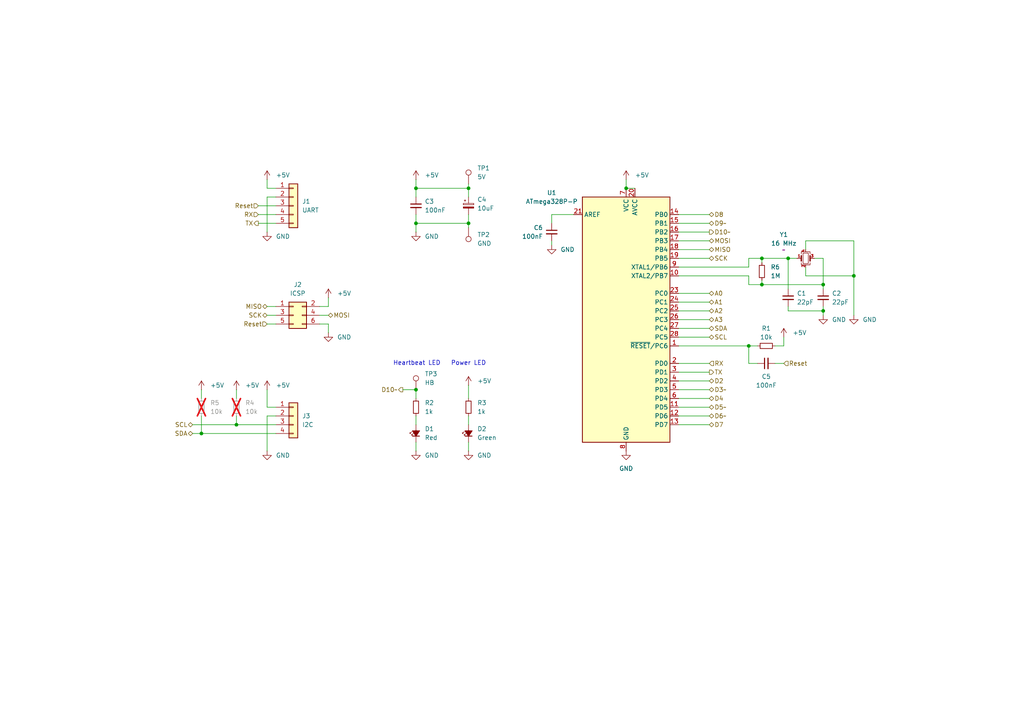
<source format=kicad_sch>
(kicad_sch (version 20231120) (generator "eeschema") (generator_version "8.0")
  (paper "A4")
  (title_block (title "${Project Title}") (date "2024-12-09") (rev "${Revision}") (company "${Company Name}") (comment 1 "${Designed By}"))
  (lib_symbols
    (symbol "Connector:TestPoint" (pin_numbers hide) (pin_names (offset 0.762) hide)
      (property "Reference" "TP" (at 0 6.858 0))
      (property "Value" "TestPoint" (at 0 5.08 0))
      (symbol "TestPoint_0_1"
        (circle (center 0 3.302) (radius 0.762))
      )
      (symbol "TestPoint_1_1"
        (pin passive line (at 0 0 90) (length 2.54) (name "1") (number "1"))
      )
    )
    (symbol "Connector_Generic:Conn_01x04" (pin_names (offset 1.016) hide)
      (property "Reference" "J" (at 0 5.08 0))
      (property "Value" "Conn_01x04" (at 0 -7.62 0))
      (symbol "Conn_01x04_1_1"
        (rectangle (start -1.27 -4.953) (end 0 -5.207) (stroke (width 0.1524)))
        (rectangle (start -1.27 -2.413) (end 0 -2.667) (stroke (width 0.1524)))
        (rectangle (start -1.27 0.127) (end 0 -0.127) (stroke (width 0.1524)))
        (rectangle (start -1.27 2.667) (end 0 2.413) (stroke (width 0.1524)))
        (rectangle (start -1.27 3.81) (end 1.27 -6.35) (stroke (width 0.254)) (fill (type background)))
        (pin passive line (at -5.08 2.54 0) (length 3.81) (name "Pin_1") (number "1"))
        (pin passive line (at -5.08 0 0) (length 3.81) (name "Pin_2") (number "2"))
        (pin passive line (at -5.08 -2.54 0) (length 3.81) (name "Pin_3") (number "3"))
        (pin passive line (at -5.08 -5.08 0) (length 3.81) (name "Pin_4") (number "4"))
      )
    )
    (symbol "Connector_Generic:Conn_01x05" (pin_names (offset 1.016) hide)
      (property "Reference" "J" (at 0 7.62 0))
      (property "Value" "Conn_01x05" (at 0 -7.62 0))
      (symbol "Conn_01x05_1_1"
        (rectangle (start -1.27 -4.953) (end 0 -5.207) (stroke (width 0.1524)))
        (rectangle (start -1.27 -2.413) (end 0 -2.667) (stroke (width 0.1524)))
        (rectangle (start -1.27 0.127) (end 0 -0.127) (stroke (width 0.1524)))
        (rectangle (start -1.27 2.667) (end 0 2.413) (stroke (width 0.1524)))
        (rectangle (start -1.27 5.207) (end 0 4.953) (stroke (width 0.1524)))
        (rectangle (start -1.27 6.35) (end 1.27 -6.35) (stroke (width 0.254)) (fill (type background)))
        (pin passive line (at -5.08 5.08 0) (length 3.81) (name "Pin_1") (number "1"))
        (pin passive line (at -5.08 2.54 0) (length 3.81) (name "Pin_2") (number "2"))
        (pin passive line (at -5.08 0 0) (length 3.81) (name "Pin_3") (number "3"))
        (pin passive line (at -5.08 -2.54 0) (length 3.81) (name "Pin_4") (number "4"))
        (pin passive line (at -5.08 -5.08 0) (length 3.81) (name "Pin_5") (number "5"))
      )
    )
    (symbol "Connector_Generic:Conn_02x03_Odd_Even" (pin_names (offset 1.016) hide)
      (property "Reference" "J" (at 1.27 5.08 0))
      (property "Value" "Conn_02x03_Odd_Even" (at 1.27 -5.08 0))
      (symbol "Conn_02x03_Odd_Even_1_1"
        (rectangle (start -1.27 -2.413) (end 0 -2.667) (stroke (width 0.1524)))
        (rectangle (start -1.27 0.127) (end 0 -0.127) (stroke (width 0.1524)))
        (rectangle (start -1.27 2.667) (end 0 2.413) (stroke (width 0.1524)))
        (rectangle (start -1.27 3.81) (end 3.81 -3.81) (stroke (width 0.254)) (fill (type background)))
        (rectangle (start 3.81 -2.413) (end 2.54 -2.667) (stroke (width 0.1524)))
        (rectangle (start 3.81 0.127) (end 2.54 -0.127) (stroke (width 0.1524)))
        (rectangle (start 3.81 2.667) (end 2.54 2.413) (stroke (width 0.1524)))
        (pin passive line (at -5.08 2.54 0) (length 3.81) (name "Pin_1") (number "1"))
        (pin passive line (at 7.62 2.54 180) (length 3.81) (name "Pin_2") (number "2"))
        (pin passive line (at -5.08 0 0) (length 3.81) (name "Pin_3") (number "3"))
        (pin passive line (at 7.62 0 180) (length 3.81) (name "Pin_4") (number "4"))
        (pin passive line (at -5.08 -2.54 0) (length 3.81) (name "Pin_5") (number "5"))
        (pin passive line (at 7.62 -2.54 180) (length 3.81) (name "Pin_6") (number "6"))
      )
    )
    (symbol "Device:C_Polarized_Small" (pin_numbers hide) (pin_names (offset 0.254) hide)
      (property "Reference" "C" (at 0.254 1.778 0))
      (property "Value" "C_Polarized_Small" (at 0.254 -2.032 0))
      (symbol "C_Polarized_Small_0_1"
        (rectangle (start -1.524 -0.3048) (end 1.524 -0.6858) (fill (type outline)))
        (rectangle (start -1.524 0.6858) (end 1.524 0.3048))
        (polyline (pts (xy -1.27 1.524) (xy -0.762 1.524)))
        (polyline (pts (xy -1.016 1.27) (xy -1.016 1.778)))
      )
      (symbol "C_Polarized_Small_1_1"
        (pin passive line (at 0 2.54 270) (length 1.8542) (name "~") (number "1"))
        (pin passive line (at 0 -2.54 90) (length 1.8542) (name "~") (number "2"))
      )
    )
    (symbol "Device:C_Small" (pin_numbers hide) (pin_names (offset 0.254) hide)
      (property "Reference" "C" (at 0.254 1.778 0))
      (property "Value" "C_Small" (at 0.254 -2.032 0))
      (symbol "C_Small_0_1"
        (polyline (pts (xy -1.524 -0.508) (xy 1.524 -0.508)) (stroke (width 0.3302)))
        (polyline (pts (xy -1.524 0.508) (xy 1.524 0.508)) (stroke (width 0.3048)))
      )
      (symbol "C_Small_1_1"
        (pin passive line (at 0 2.54 270) (length 2.032) (name "~") (number "1"))
        (pin passive line (at 0 -2.54 90) (length 2.032) (name "~") (number "2"))
      )
    )
    (symbol "Device:Crystal_GND24_Small" (pin_names (offset 1.016) hide)
      (property "Reference" "Y" (at 1.27 4.445 0))
      (property "Value" "Crystal_GND24_Small" (at 1.27 2.54 0))
      (symbol "Crystal_GND24_Small_0_1"
        (rectangle (start -0.762 -1.524) (end 0.762 1.524))
        (polyline (pts (xy -1.27 -0.762) (xy -1.27 0.762)) (stroke (width 0.381)))
        (polyline (pts (xy 1.27 -0.762) (xy 1.27 0.762)) (stroke (width 0.381)))
        (polyline (pts (xy -1.27 -1.27) (xy -1.27 -1.905) (xy 1.27 -1.905) (xy 1.27 -1.27)))
        (polyline (pts (xy -1.27 1.27) (xy -1.27 1.905) (xy 1.27 1.905) (xy 1.27 1.27)))
      )
      (symbol "Crystal_GND24_Small_1_1"
        (pin passive line (at -2.54 0 0) (length 1.27) (name "1") (number "1"))
        (pin passive line (at 0 -2.54 90) (length 0.635) (name "2") (number "2"))
        (pin passive line (at 2.54 0 180) (length 1.27) (name "3") (number "3"))
        (pin passive line (at 0 2.54 270) (length 0.635) (name "4") (number "4"))
      )
    )
    (symbol "Device:LED_Small_Filled" (pin_numbers hide) (pin_names (offset 0.254) hide)
      (property "Reference" "D" (at -1.27 3.175 0))
      (property "Value" "LED_Small_Filled" (at -4.445 -2.54 0))
      (symbol "LED_Small_Filled_0_1"
        (polyline (pts (xy -0.762 -1.016) (xy -0.762 1.016)) (stroke (width 0.254)))
        (polyline (pts (xy 1.016 0) (xy -0.762 0)))
        (polyline (pts (xy 0.762 -1.016) (xy -0.762 0) (xy 0.762 1.016) (xy 0.762 -1.016)) (stroke (width 0.254)) (fill (type outline)))
        (polyline (pts (xy 0 0.762) (xy -0.508 1.27) (xy -0.254 1.27) (xy -0.508 1.27) (xy -0.508 1.016)))
        (polyline (pts (xy 0.508 1.27) (xy 0 1.778) (xy 0.254 1.778) (xy 0 1.778) (xy 0 1.524)))
      )
      (symbol "LED_Small_Filled_1_1"
        (pin passive line (at -2.54 0 0) (length 1.778) (name "K") (number "1"))
        (pin passive line (at 2.54 0 180) (length 1.778) (name "A") (number "2"))
      )
    )
    (symbol "Device:R_Small" (pin_numbers hide) (pin_names (offset 0.254) hide)
      (property "Reference" "R" (at 0.762 0.508 0))
      (property "Value" "R_Small" (at 0.762 -1.016 0))
      (symbol "R_Small_0_1"
        (rectangle (start -0.762 1.778) (end 0.762 -1.778) (stroke (width 0.2032)))
      )
      (symbol "R_Small_1_1"
        (pin passive line (at 0 2.54 270) (length 0.762) (name "~") (number "1"))
        (pin passive line (at 0 -2.54 90) (length 0.762) (name "~") (number "2"))
      )
    )
    (symbol "MCU_Microchip_ATmega:ATmega328P-P"
      (property "Reference" "U" (at -12.7 36.83 0))
      (property "Value" "ATmega328P-P" (at 2.54 -36.83 0))
      (symbol "ATmega328P-P_0_1"
        (rectangle (start -12.7 -35.56) (end 12.7 35.56) (stroke (width 0.254)) (fill (type background)))
      )
      (symbol "ATmega328P-P_1_1"
        (pin bidirectional line (at 15.24 -7.62 180) (length 2.54) (name "~{RESET}/PC6") (number "1"))
        (pin bidirectional line (at 15.24 12.7 180) (length 2.54) (name "XTAL2/PB7") (number "10"))
        (pin bidirectional line (at 15.24 -25.4 180) (length 2.54) (name "PD5") (number "11"))
        (pin bidirectional line (at 15.24 -27.94 180) (length 2.54) (name "PD6") (number "12"))
        (pin bidirectional line (at 15.24 -30.48 180) (length 2.54) (name "PD7") (number "13"))
        (pin bidirectional line (at 15.24 30.48 180) (length 2.54) (name "PB0") (number "14"))
        (pin bidirectional line (at 15.24 27.94 180) (length 2.54) (name "PB1") (number "15"))
        (pin bidirectional line (at 15.24 25.4 180) (length 2.54) (name "PB2") (number "16"))
        (pin bidirectional line (at 15.24 22.86 180) (length 2.54) (name "PB3") (number "17"))
        (pin bidirectional line (at 15.24 20.32 180) (length 2.54) (name "PB4") (number "18"))
        (pin bidirectional line (at 15.24 17.78 180) (length 2.54) (name "PB5") (number "19"))
        (pin bidirectional line (at 15.24 -12.7 180) (length 2.54) (name "PD0") (number "2"))
        (pin power_in line (at 2.54 38.1 270) (length 2.54) (name "AVCC") (number "20"))
        (pin passive line (at -15.24 30.48 0) (length 2.54) (name "AREF") (number "21"))
        (pin passive line (at 0 -38.1 90) (length 2.54) hide (name "GND") (number "22"))
        (pin bidirectional line (at 15.24 7.62 180) (length 2.54) (name "PC0") (number "23"))
        (pin bidirectional line (at 15.24 5.08 180) (length 2.54) (name "PC1") (number "24"))
        (pin bidirectional line (at 15.24 2.54 180) (length 2.54) (name "PC2") (number "25"))
        (pin bidirectional line (at 15.24 0 180) (length 2.54) (name "PC3") (number "26"))
        (pin bidirectional line (at 15.24 -2.54 180) (length 2.54) (name "PC4") (number "27"))
        (pin bidirectional line (at 15.24 -5.08 180) (length 2.54) (name "PC5") (number "28"))
        (pin bidirectional line (at 15.24 -15.24 180) (length 2.54) (name "PD1") (number "3"))
        (pin bidirectional line (at 15.24 -17.78 180) (length 2.54) (name "PD2") (number "4"))
        (pin bidirectional line (at 15.24 -20.32 180) (length 2.54) (name "PD3") (number "5"))
        (pin bidirectional line (at 15.24 -22.86 180) (length 2.54) (name "PD4") (number "6"))
        (pin power_in line (at 0 38.1 270) (length 2.54) (name "VCC") (number "7"))
        (pin power_in line (at 0 -38.1 90) (length 2.54) (name "GND") (number "8"))
        (pin bidirectional line (at 15.24 15.24 180) (length 2.54) (name "XTAL1/PB6") (number "9"))
      )
    )
    (symbol "power:+5V" (power) (pin_numbers hide) (pin_names (offset 0) hide)
      (property "Value" "+5V" (at 0 3.556 0))
      (symbol "+5V_0_1"
        (polyline (pts (xy -0.762 1.27) (xy 0 2.54)))
        (polyline (pts (xy 0 0) (xy 0 2.54)))
        (polyline (pts (xy 0 2.54) (xy 0.762 1.27)))
      )
      (symbol "+5V_1_1"
        (pin power_in line (at 0 0 90) (length 0) (name "~") (number "1"))
      )
    )
    (symbol "power:GND" (power) (pin_numbers hide) (pin_names (offset 0) hide)
      (property "Value" "GND" (at 0 -3.81 0))
      (symbol "GND_0_1"
        (polyline (pts (xy 0 0) (xy 0 -1.27) (xy 1.27 -1.27) (xy 0 -2.54) (xy -1.27 -1.27) (xy 0 -1.27)))
      )
      (symbol "GND_1_1"
        (pin power_in line (at 0 0 270) (length 0) (name "~") (number "1"))
      )
    )
  )
  (junction (at 217.17 100.33))
  (junction (at 220.98 74.93))
  (junction (at 181.61 54.61))
  (junction (at 135.89 64.77))
  (junction (at 247.65 80.01))
  (junction (at 238.76 82.55))
  (junction (at 120.65 113.03))
  (junction (at 220.98 82.55))
  (junction (at 120.65 64.77))
  (junction (at 228.6 74.93))
  (junction (at 68.58 123.19))
  (junction (at 238.76 90.17))
  (junction (at 120.65 54.61))
  (junction (at 58.42 125.73))
  (junction (at 135.89 54.61))
  (wire (pts (xy 227.33 100.33) (xy 224.79 100.33)))
  (wire (pts (xy 196.85 107.95) (xy 205.74 107.95)))
  (wire (pts (xy 135.89 120.65) (xy 135.89 123.19)))
  (wire (pts (xy 74.93 64.77) (xy 80.01 64.77)))
  (wire (pts (xy 217.17 82.55) (xy 220.98 82.55)))
  (wire (pts (xy 95.25 86.36) (xy 95.25 88.9)))
  (wire (pts (xy 135.89 128.27) (xy 135.89 130.81)))
  (wire (pts (xy 196.85 69.85) (xy 205.74 69.85)))
  (wire (pts (xy 77.47 120.65) (xy 80.01 120.65)))
  (wire (pts (xy 160.02 69.85) (xy 160.02 71.12)))
  (wire (pts (xy 120.65 64.77) (xy 135.89 64.77)))
  (wire (pts (xy 217.17 82.55) (xy 217.17 80.01)))
  (wire (pts (xy 196.85 64.77) (xy 205.74 64.77)))
  (wire (pts (xy 58.42 125.73) (xy 55.88 125.73)))
  (wire (pts (xy 196.85 87.63) (xy 205.74 87.63)))
  (wire (pts (xy 233.68 69.85) (xy 247.65 69.85)))
  (wire (pts (xy 196.85 97.79) (xy 205.74 97.79)))
  (wire (pts (xy 77.47 93.98) (xy 80.01 93.98)))
  (wire (pts (xy 77.47 91.44) (xy 80.01 91.44)))
  (wire (pts (xy 220.98 82.55) (xy 220.98 81.28)))
  (wire (pts (xy 228.6 74.93) (xy 231.14 74.93)))
  (wire (pts (xy 77.47 57.15) (xy 77.47 67.31)))
  (wire (pts (xy 95.25 93.98) (xy 92.71 93.98)))
  (wire (pts (xy 233.68 77.47) (xy 233.68 80.01)))
  (wire (pts (xy 238.76 83.82) (xy 238.76 82.55)))
  (wire (pts (xy 196.85 110.49) (xy 205.74 110.49)))
  (wire (pts (xy 196.85 100.33) (xy 217.17 100.33)))
  (wire (pts (xy 228.6 88.9) (xy 228.6 90.17)))
  (wire (pts (xy 238.76 74.93) (xy 238.76 82.55)))
  (wire (pts (xy 217.17 74.93) (xy 217.17 77.47)))
  (wire (pts (xy 196.85 74.93) (xy 205.74 74.93)))
  (wire (pts (xy 247.65 69.85) (xy 247.65 80.01)))
  (wire (pts (xy 120.65 64.77) (xy 120.65 67.31)))
  (wire (pts (xy 247.65 80.01) (xy 247.65 91.44)))
  (wire (pts (xy 196.85 115.57) (xy 205.74 115.57)))
  (wire (pts (xy 77.47 88.9) (xy 80.01 88.9)))
  (wire (pts (xy 160.02 62.23) (xy 160.02 64.77)))
  (wire (pts (xy 220.98 74.93) (xy 220.98 76.2)))
  (wire (pts (xy 135.89 54.61) (xy 135.89 57.15)))
  (wire (pts (xy 236.22 74.93) (xy 238.76 74.93)))
  (wire (pts (xy 228.6 74.93) (xy 228.6 83.82)))
  (wire (pts (xy 68.58 123.19) (xy 55.88 123.19)))
  (wire (pts (xy 80.01 54.61) (xy 77.47 54.61)))
  (wire (pts (xy 77.47 54.61) (xy 77.47 52.07)))
  (wire (pts (xy 74.93 62.23) (xy 80.01 62.23)))
  (wire (pts (xy 74.93 59.69) (xy 80.01 59.69)))
  (wire (pts (xy 135.89 111.76) (xy 135.89 115.57)))
  (wire (pts (xy 58.42 120.65) (xy 58.42 125.73)))
  (wire (pts (xy 120.65 115.57) (xy 120.65 113.03)))
  (wire (pts (xy 196.85 113.03) (xy 205.74 113.03)))
  (wire (pts (xy 238.76 88.9) (xy 238.76 90.17)))
  (wire (pts (xy 80.01 123.19) (xy 68.58 123.19)))
  (wire (pts (xy 228.6 90.17) (xy 238.76 90.17)))
  (wire (pts (xy 217.17 77.47) (xy 196.85 77.47)))
  (wire (pts (xy 77.47 113.03) (xy 77.47 118.11)))
  (wire (pts (xy 196.85 85.09) (xy 205.74 85.09)))
  (wire (pts (xy 196.85 62.23) (xy 205.74 62.23)))
  (wire (pts (xy 196.85 67.31) (xy 205.74 67.31)))
  (wire (pts (xy 196.85 123.19) (xy 205.74 123.19)))
  (wire (pts (xy 196.85 72.39) (xy 205.74 72.39)))
  (wire (pts (xy 220.98 74.93) (xy 228.6 74.93)))
  (wire (pts (xy 120.65 120.65) (xy 120.65 123.19)))
  (wire (pts (xy 58.42 113.03) (xy 58.42 115.57)))
  (wire (pts (xy 233.68 72.39) (xy 233.68 69.85)))
  (wire (pts (xy 135.89 53.34) (xy 135.89 54.61)))
  (wire (pts (xy 196.85 95.25) (xy 205.74 95.25)))
  (wire (pts (xy 80.01 57.15) (xy 77.47 57.15)))
  (wire (pts (xy 120.65 128.27) (xy 120.65 130.81)))
  (wire (pts (xy 217.17 105.41) (xy 217.17 100.33)))
  (wire (pts (xy 220.98 82.55) (xy 238.76 82.55)))
  (wire (pts (xy 77.47 118.11) (xy 80.01 118.11)))
  (wire (pts (xy 219.71 105.41) (xy 217.17 105.41)))
  (wire (pts (xy 80.01 125.73) (xy 58.42 125.73)))
  (wire (pts (xy 217.17 100.33) (xy 219.71 100.33)))
  (wire (pts (xy 166.37 62.23) (xy 160.02 62.23)))
  (wire (pts (xy 196.85 80.01) (xy 217.17 80.01)))
  (wire (pts (xy 233.68 80.01) (xy 247.65 80.01)))
  (wire (pts (xy 196.85 118.11) (xy 205.74 118.11)))
  (wire (pts (xy 92.71 91.44) (xy 95.25 91.44)))
  (wire (pts (xy 181.61 52.07) (xy 181.61 54.61)))
  (wire (pts (xy 120.65 54.61) (xy 120.65 57.15)))
  (wire (pts (xy 227.33 97.79) (xy 227.33 100.33)))
  (wire (pts (xy 196.85 90.17) (xy 205.74 90.17)))
  (wire (pts (xy 77.47 120.65) (xy 77.47 130.81)))
  (wire (pts (xy 68.58 120.65) (xy 68.58 123.19)))
  (wire (pts (xy 120.65 64.77) (xy 120.65 62.23)))
  (wire (pts (xy 196.85 105.41) (xy 205.74 105.41)))
  (wire (pts (xy 238.76 90.17) (xy 238.76 91.44)))
  (wire (pts (xy 120.65 52.07) (xy 120.65 54.61)))
  (wire (pts (xy 217.17 74.93) (xy 220.98 74.93)))
  (wire (pts (xy 95.25 96.52) (xy 95.25 93.98)))
  (wire (pts (xy 184.15 54.61) (xy 181.61 54.61)))
  (wire (pts (xy 224.79 105.41) (xy 227.33 105.41)))
  (wire (pts (xy 135.89 62.23) (xy 135.89 64.77)))
  (wire (pts (xy 120.65 54.61) (xy 135.89 54.61)))
  (wire (pts (xy 95.25 88.9) (xy 92.71 88.9)))
  (wire (pts (xy 135.89 64.77) (xy 135.89 66.04)))
  (wire (pts (xy 120.65 113.03) (xy 116.84 113.03)))
  (wire (pts (xy 196.85 120.65) (xy 205.74 120.65)))
  (wire (pts (xy 68.58 113.03) (xy 68.58 115.57)))
  (wire (pts (xy 196.85 92.71) (xy 205.74 92.71)))
  (text "Heartbeat LED" (at 120.904 105.41 0) (effects (font (size 1.27 1.27))))
  (text "Power LED" (at 135.89 105.41 0) (effects (font (size 1.27 1.27))))
  (hierarchical_label "SCL" (shape bidirectional) (at 55.88 123.19 180))
  (hierarchical_label "Reset" (shape input) (at 227.33 105.41 0))
  (hierarchical_label "MISO" (shape bidirectional) (at 205.74 72.39 0))
  (hierarchical_label "D3~" (shape bidirectional) (at 205.74 113.03 0))
  (hierarchical_label "TX" (shape output) (at 205.74 107.95 0))
  (hierarchical_label "A0" (shape bidirectional) (at 205.74 85.09 0))
  (hierarchical_label "MOSI" (shape bidirectional) (at 205.74 69.85 0))
  (hierarchical_label "SDA" (shape bidirectional) (at 55.88 125.73 180))
  (hierarchical_label "A3" (shape bidirectional) (at 205.74 92.71 0))
  (hierarchical_label "D10~" (shape output) (at 116.84 113.03 180))
  (hierarchical_label "SCL" (shape bidirectional) (at 205.74 97.79 0))
  (hierarchical_label "Reset" (shape input) (at 74.93 59.69 180))
  (hierarchical_label "MISO" (shape bidirectional) (at 77.47 88.9 180))
  (hierarchical_label "A1" (shape bidirectional) (at 205.74 87.63 0))
  (hierarchical_label "SDA" (shape bidirectional) (at 205.74 95.25 0))
  (hierarchical_label "D6~" (shape bidirectional) (at 205.74 120.65 0))
  (hierarchical_label "D4" (shape bidirectional) (at 205.74 115.57 0))
  (hierarchical_label "MOSI" (shape bidirectional) (at 95.25 91.44 0))
  (hierarchical_label "D5~" (shape bidirectional) (at 205.74 118.11 0))
  (hierarchical_label "D10~" (shape output) (at 205.74 67.31 0))
  (hierarchical_label "D7" (shape bidirectional) (at 205.74 123.19 0))
  (hierarchical_label "SCK" (shape bidirectional) (at 77.47 91.44 180))
  (hierarchical_label "D8" (shape bidirectional) (at 205.74 62.23 0))
  (hierarchical_label "A2" (shape bidirectional) (at 205.74 90.17 0))
  (hierarchical_label "Reset" (shape input) (at 77.47 93.98 180))
  (hierarchical_label "RX" (shape input) (at 74.93 62.23 180))
  (hierarchical_label "D9~" (shape bidirectional) (at 205.74 64.77 0))
  (hierarchical_label "D2" (shape bidirectional) (at 205.74 110.49 0))
  (hierarchical_label "SCK" (shape bidirectional) (at 205.74 74.93 0))
  (hierarchical_label "RX" (shape input) (at 205.74 105.41 0))
  (hierarchical_label "TX" (shape output) (at 74.93 64.77 180))
  (symbol (lib_id "Device:R_Small") (at 58.42 118.11 180) (unit 1) (dnp yes)
    (property "Reference" "R5" (at 60.96 116.8399 0) (effects (justify right)))
    (property "Value" "10k" (at 60.96 119.3799 0) (effects (justify right)))
    (property "Footprint" "Resistor_SMD:R_0805_2012Metric_Pad1.20x1.40mm_HandSolder" (effects (hide yes)))
    (property "Description" "Resistor, small symbol" (effects (hide yes)))
  )
  (symbol (lib_id "power:GND") (at 77.47 67.31 0) (unit 1)
    (property "Reference" "#PWR09" (effects (hide yes)))
    (property "Value" "GND" (at 80.01 68.5799 0) (effects (justify left)))
    (property "Description" "Power symbol creates a global label with name \"GND\" , ground" (effects (hide yes)))
  )
  (symbol (lib_id "power:GND") (at 95.25 96.52 0) (unit 1)
    (property "Reference" "#PWR011" (effects (hide yes)))
    (property "Value" "GND" (at 97.79 97.7899 0) (effects (justify left)))
    (property "Description" "Power symbol creates a global label with name \"GND\" , ground" (effects (hide yes)))
  )
  (symbol (lib_id "Device:C_Small") (at 120.65 59.69 0) (unit 1)
    (property "Reference" "C3" (at 123.19 58.4262 0) (effects (justify left)))
    (property "Value" "100nF" (at 123.19 60.9662 0) (effects (justify left)))
    (property "Footprint" "Capacitor_SMD:C_0805_2012Metric_Pad1.18x1.45mm_HandSolder" (effects (hide yes)))
    (property "Description" "Unpolarized capacitor, small symbol" (effects (hide yes)))
  )
  (symbol (lib_id "power:+5V") (at 120.65 52.07 0) (unit 1)
    (property "Reference" "#PWR06" (effects (hide yes)))
    (property "Value" "+5V" (at 123.19 50.7999 0) (effects (justify left)))
    (property "Description" "Power symbol creates a global label with name \"+5V\"" (effects (hide yes)))
  )
  (symbol (lib_id "Device:C_Small") (at 238.76 86.36 0) (unit 1)
    (property "Reference" "C2" (at 241.3 85.0962 0) (effects (justify left)))
    (property "Value" "22pF" (at 241.3 87.6362 0) (effects (justify left)))
    (property "Footprint" "Capacitor_SMD:C_0805_2012Metric_Pad1.18x1.45mm_HandSolder" (effects (hide yes)))
    (property "Description" "Unpolarized capacitor, small symbol" (effects (hide yes)))
  )
  (symbol (lib_id "Device:C_Small") (at 222.25 105.41 90) (unit 1)
    (property "Reference" "C5" (at 222.2563 109.22 90))
    (property "Value" "100nF" (at 222.2563 111.76 90))
    (property "Footprint" "Capacitor_SMD:C_0805_2012Metric_Pad1.18x1.45mm_HandSolder" (effects (hide yes)))
    (property "Description" "Unpolarized capacitor, small symbol" (effects (hide yes)))
  )
  (symbol (lib_id "power:GND") (at 135.89 130.81 0) (unit 1)
    (property "Reference" "#PWR013" (effects (hide yes)))
    (property "Value" "GND" (at 138.43 132.0799 0) (effects (justify left)))
    (property "Description" "Power symbol creates a global label with name \"GND\" , ground" (effects (hide yes)))
  )
  (symbol (lib_id "power:+5V") (at 227.33 97.79 0) (unit 1)
    (property "Reference" "#PWR04" (effects (hide yes)))
    (property "Value" "+5V" (at 229.87 96.5199 0) (effects (justify left)))
    (property "Description" "Power symbol creates a global label with name \"+5V\"" (effects (hide yes)))
  )
  (symbol (lib_id "Device:Crystal_GND24_Small") (at 233.68 74.93 0) (unit 1)
    (property "Reference" "Y1" (at 227.33 68.0398 0))
    (property "Value" "16 MHz" (at 227.33 70.5798 0))
    (property "Footprint" "Crystal:Crystal_SMD_EuroQuartz_MQ-4Pin_7.0x5.0mm_HandSoldering" (effects (hide yes)))
    (property "Datasheet" "~" (at 227.33 72.4849 0))
    (property "Description" "Four pin crystal, GND on pins 2 and 4" (effects (hide yes)))
    (property "MFR" "EUROQUARTZ" (effects (hide yes)))
    (property "MFR #" "8.000MHZ MQ/30/30/-4085/12PF/ATF" (effects (hide yes)))
    (property "FN#" "1640910" (effects (hide yes)))
  )
  (symbol (lib_id "power:GND") (at 160.02 71.12 0) (unit 1)
    (property "Reference" "#PWR08" (effects (hide yes)))
    (property "Value" "GND" (at 162.56 72.3899 0) (effects (justify left)))
    (property "Description" "Power symbol creates a global label with name \"GND\" , ground" (effects (hide yes)))
  )
  (symbol (lib_id "power:GND") (at 181.61 130.81 0) (unit 1)
    (property "Reference" "#PWR01" (effects (hide yes)))
    (property "Value" "GND" (at 181.61 135.89 0))
    (property "Description" "Power symbol creates a global label with name \"GND\" , ground" (effects (hide yes)))
  )
  (symbol (lib_id "power:GND") (at 238.76 91.44 0) (unit 1)
    (property "Reference" "#PWR05" (effects (hide yes)))
    (property "Value" "GND" (at 241.3 92.7099 0) (effects (justify left)))
    (property "Description" "Power symbol creates a global label with name \"GND\" , ground" (effects (hide yes)))
  )
  (symbol (lib_id "Device:C_Small") (at 228.6 86.36 0) (unit 1)
    (property "Reference" "C1" (at 231.14 85.0962 0) (effects (justify left)))
    (property "Value" "22pF" (at 231.14 87.6362 0) (effects (justify left)))
    (property "Footprint" "Capacitor_SMD:C_0805_2012Metric_Pad1.18x1.45mm_HandSolder" (effects (hide yes)))
    (property "Description" "Unpolarized capacitor, small symbol" (effects (hide yes)))
  )
  (symbol (lib_id "MCU_Microchip_ATmega:ATmega328P-P") (at 181.61 92.71 0) (unit 1)
    (property "Reference" "U1" (at 160.02 55.9114 0))
    (property "Value" "ATmega328P-P" (at 160.02 58.4514 0))
    (property "Footprint" "Package_DIP:DIP-28_W7.62mm" (effects (hide yes)))
    (property "Description" "20MHz, 32kB Flash, 2kB SRAM, 1kB EEPROM, DIP-28" (effects (hide yes)))
    (property "FN#" "1715487" (effects (hide yes)))
    (property "MFR" "Microchip" (effects (hide yes)))
    (property "MFR#" "ATMEGA328P-PU" (effects (hide yes)))
  )
  (symbol (lib_id "power:GND") (at 120.65 130.81 0) (unit 1)
    (property "Reference" "#PWR012" (effects (hide yes)))
    (property "Value" "GND" (at 123.19 132.0799 0) (effects (justify left)))
    (property "Description" "Power symbol creates a global label with name \"GND\" , ground" (effects (hide yes)))
  )
  (symbol (lib_id "Device:R_Small") (at 222.25 100.33 90) (unit 1)
    (property "Reference" "R1" (at 222.25 95.25 90))
    (property "Value" "10k" (at 222.25 97.79 90))
    (property "Footprint" "Resistor_SMD:R_0805_2012Metric_Pad1.20x1.40mm_HandSolder" (effects (hide yes)))
    (property "Description" "Resistor, small symbol" (effects (hide yes)))
  )
  (symbol (lib_id "Device:R_Small") (at 220.98 78.74 180) (unit 1)
    (property "Reference" "R6" (at 223.52 77.4699 0) (effects (justify right)))
    (property "Value" "1M" (at 223.52 80.0099 0) (effects (justify right)))
    (property "Footprint" "Resistor_SMD:R_0805_2012Metric_Pad1.20x1.40mm_HandSolder" (effects (hide yes)))
    (property "Description" "Resistor, small symbol" (effects (hide yes)))
  )
  (symbol (lib_id "power:+5V") (at 181.61 52.07 0) (unit 1)
    (property "Reference" "#PWR03" (effects (hide yes)))
    (property "Value" "+5V" (at 184.15 50.7999 0) (effects (justify left)))
    (property "Description" "Power symbol creates a global label with name \"+5V\"" (effects (hide yes)))
  )
  (symbol (lib_id "Device:R_Small") (at 120.65 118.11 180) (unit 1)
    (property "Reference" "R2" (at 123.19 116.8399 0) (effects (justify right)))
    (property "Value" "1k" (at 123.19 119.3799 0) (effects (justify right)))
    (property "Footprint" "Resistor_SMD:R_0805_2012Metric_Pad1.20x1.40mm_HandSolder" (effects (hide yes)))
    (property "Description" "Resistor, small symbol" (effects (hide yes)))
  )
  (symbol (lib_id "power:+5V") (at 58.42 113.03 0) (unit 1)
    (property "Reference" "#PWR017" (effects (hide yes)))
    (property "Value" "+5V" (at 60.96 111.7599 0) (effects (justify left)))
    (property "Description" "Power symbol creates a global label with name \"+5V\"" (effects (hide yes)))
  )
  (symbol (lib_id "Device:R_Small") (at 135.89 118.11 180) (unit 1)
    (property "Reference" "R3" (at 138.43 116.8399 0) (effects (justify right)))
    (property "Value" "1k" (at 138.43 119.3799 0) (effects (justify right)))
    (property "Footprint" "Resistor_SMD:R_0805_2012Metric_Pad1.20x1.40mm_HandSolder" (effects (hide yes)))
    (property "Description" "Resistor, small symbol" (effects (hide yes)))
  )
  (symbol (lib_id "Device:LED_Small_Filled") (at 135.89 125.73 90) (unit 1)
    (property "Reference" "D2" (at 138.43 124.3964 90) (effects (justify right)))
    (property "Value" "Green" (at 138.43 126.9364 90) (effects (justify right)))
    (property "Footprint" "Diode_SMD:D_0805_2012Metric_Pad1.15x1.40mm_HandSolder" (effects (hide yes)))
    (property "Description" "Light emitting diode, small symbol, filled shape" (effects (hide yes)))
  )
  (symbol (lib_id "power:+5V") (at 68.58 113.03 0) (unit 1)
    (property "Reference" "#PWR018" (effects (hide yes)))
    (property "Value" "+5V" (at 71.12 111.7599 0) (effects (justify left)))
    (property "Description" "Power symbol creates a global label with name \"+5V\"" (effects (hide yes)))
  )
  (symbol (lib_id "Connector_Generic:Conn_01x04") (at 85.09 120.65 0) (unit 1)
    (property "Reference" "J3" (at 87.63 120.6499 0) (effects (justify left)))
    (property "Value" "I2C" (at 87.63 123.1899 0) (effects (justify left)))
    (property "Footprint" "Connector_PinHeader_2.54mm:PinHeader_1x04_P2.54mm_Vertical" (effects (hide yes)))
    (property "Description" "Generic connector, single row, 01x04, script generated (kicad-library-utils/schlib/autogen/connector/)" (effects (hide yes)))
  )
  (symbol (lib_id "Device:C_Small") (at 160.02 67.31 0) (unit 1)
    (property "Reference" "C6" (at 157.48 66.0462 0) (effects (justify right)))
    (property "Value" "100nF" (at 157.48 68.5862 0) (effects (justify right)))
    (property "Footprint" "Capacitor_SMD:C_0805_2012Metric_Pad1.18x1.45mm_HandSolder" (effects (hide yes)))
    (property "Description" "Unpolarized capacitor, small symbol" (effects (hide yes)))
  )
  (symbol (lib_id "power:+5V") (at 77.47 52.07 0) (unit 1)
    (property "Reference" "#PWR02" (effects (hide yes)))
    (property "Value" "+5V" (at 80.01 50.7999 0) (effects (justify left)))
    (property "Description" "Power symbol creates a global label with name \"+5V\"" (effects (hide yes)))
  )
  (symbol (lib_id "power:GND") (at 247.65 91.44 0) (unit 1)
    (property "Reference" "#PWR019" (effects (hide yes)))
    (property "Value" "GND" (at 250.19 92.7099 0) (effects (justify left)))
    (property "Description" "Power symbol creates a global label with name \"GND\" , ground" (effects (hide yes)))
  )
  (symbol (lib_id "power:+5V") (at 135.89 111.76 0) (unit 1)
    (property "Reference" "#PWR014" (effects (hide yes)))
    (property "Value" "+5V" (at 138.43 110.4899 0) (effects (justify left)))
    (property "Description" "Power symbol creates a global label with name \"+5V\"" (effects (hide yes)))
  )
  (symbol (lib_id "Connector_Generic:Conn_02x03_Odd_Even") (at 85.09 91.44 0) (unit 1)
    (property "Reference" "J2" (at 86.36 82.55 0))
    (property "Value" "ICSP" (at 86.36 85.09 0))
    (property "Footprint" "Connector_PinHeader_2.54mm:PinHeader_2x03_P2.54mm_Vertical" (effects (hide yes)))
    (property "Description" "Generic connector, double row, 02x03, odd/even pin numbering scheme (row 1 odd numbers, row 2 even numbers), script generated (kicad-library-utils/schlib/autogen/connector/)" (effects (hide yes)))
  )
  (symbol (lib_id "Device:LED_Small_Filled") (at 120.65 125.73 90) (unit 1)
    (property "Reference" "D1" (at 123.19 124.3964 90) (effects (justify right)))
    (property "Value" "Red" (at 123.19 126.9364 90) (effects (justify right)))
    (property "Footprint" "Diode_SMD:D_0805_2012Metric_Pad1.15x1.40mm_HandSolder" (effects (hide yes)))
    (property "Description" "Light emitting diode, small symbol, filled shape" (effects (hide yes)))
  )
  (symbol (lib_id "power:GND") (at 120.65 67.31 0) (unit 1)
    (property "Reference" "#PWR07" (effects (hide yes)))
    (property "Value" "GND" (at 123.19 68.5799 0) (effects (justify left)))
    (property "Description" "Power symbol creates a global label with name \"GND\" , ground" (effects (hide yes)))
  )
  (symbol (lib_id "Device:R_Small") (at 68.58 118.11 180) (unit 1) (dnp yes)
    (property "Reference" "R4" (at 71.12 116.8399 0) (effects (justify right)))
    (property "Value" "10k" (at 71.12 119.3799 0) (effects (justify right)))
    (property "Footprint" "Resistor_SMD:R_0805_2012Metric_Pad1.20x1.40mm_HandSolder" (effects (hide yes)))
    (property "Description" "Resistor, small symbol" (effects (hide yes)))
  )
  (symbol (lib_id "Connector:TestPoint") (at 135.89 66.04 180) (unit 1)
    (property "Reference" "TP2" (at 138.43 68.0719 0) (effects (justify right)))
    (property "Value" "GND" (at 138.43 70.6119 0) (effects (justify right)))
    (property "Footprint" "TestPoint:TestPoint_Pad_D1.0mm" (effects (hide yes)))
    (property "Description" "test point" (effects (hide yes)))
  )
  (symbol (lib_id "power:+5V") (at 95.25 86.36 0) (unit 1)
    (property "Reference" "#PWR010" (effects (hide yes)))
    (property "Value" "+5V" (at 97.79 85.0899 0) (effects (justify left)))
    (property "Description" "Power symbol creates a global label with name \"+5V\"" (effects (hide yes)))
  )
  (symbol (lib_id "power:GND") (at 77.47 130.81 0) (unit 1)
    (property "Reference" "#PWR016" (effects (hide yes)))
    (property "Value" "GND" (at 80.01 132.0799 0) (effects (justify left)))
    (property "Description" "Power symbol creates a global label with name \"GND\" , ground" (effects (hide yes)))
  )
  (symbol (lib_id "Connector:TestPoint") (at 120.65 113.03 0) (unit 1)
    (property "Reference" "TP3" (at 123.19 108.4579 0) (effects (justify left)))
    (property "Value" "HB" (at 123.19 110.9979 0) (effects (justify left)))
    (property "Footprint" "TestPoint:TestPoint_Pad_D1.0mm" (effects (hide yes)))
    (property "Description" "test point" (effects (hide yes)))
  )
  (symbol (lib_id "Connector:TestPoint") (at 135.89 53.34 0) (unit 1)
    (property "Reference" "TP1" (at 138.43 48.7679 0) (effects (justify left)))
    (property "Value" "5V" (at 138.43 51.3079 0) (effects (justify left)))
    (property "Footprint" "TestPoint:TestPoint_Pad_D1.0mm" (effects (hide yes)))
    (property "Description" "test point" (effects (hide yes)))
  )
  (symbol (lib_id "Device:C_Polarized_Small") (at 135.89 59.69 0) (unit 1)
    (property "Reference" "C4" (at 138.43 57.8738 0) (effects (justify left)))
    (property "Value" "10uF" (at 138.43 60.4138 0) (effects (justify left)))
    (property "Footprint" "Capacitor_SMD:C_Elec_6.3x5.8" (effects (hide yes)))
    (property "Description" "Polarized capacitor, small symbol" (effects (hide yes)))
    (property "FN#" "2069187" (effects (hide yes)))
    (property "MFR#" "EXV106M035A9DAA" (effects (hide yes)))
  )
  (symbol (lib_id "power:+5V") (at 77.47 113.03 0) (unit 1)
    (property "Reference" "#PWR015" (effects (hide yes)))
    (property "Value" "+5V" (at 80.01 111.7599 0) (effects (justify left)))
    (property "Description" "Power symbol creates a global label with name \"+5V\"" (effects (hide yes)))
  )
  (symbol (lib_id "Connector_Generic:Conn_01x05") (at 85.09 59.69 0) (unit 1)
    (property "Reference" "J1" (at 87.63 58.4199 0) (effects (justify left)))
    (property "Value" "UART" (at 87.63 60.9599 0) (effects (justify left)))
    (property "Footprint" "Connector_PinHeader_2.54mm:PinHeader_1x05_P2.54mm_Vertical" (effects (hide yes)))
    (property "Description" "Generic connector, single row, 01x05, script generated (kicad-library-utils/schlib/autogen/connector/)" (effects (hide yes)))
  )
)
</source>
